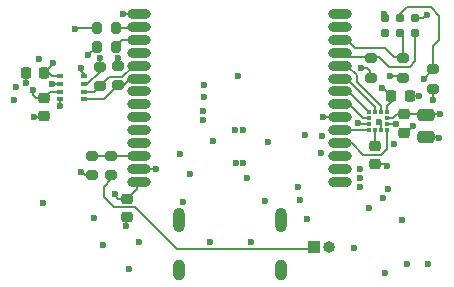
<source format=gbr>
%TF.GenerationSoftware,KiCad,Pcbnew,9.0.0*%
%TF.CreationDate,2025-06-13T20:30:42+03:00*%
%TF.ProjectId,BLE_sensors,424c455f-7365-46e7-936f-72732e6b6963,rev?*%
%TF.SameCoordinates,Original*%
%TF.FileFunction,Copper,L1,Top*%
%TF.FilePolarity,Positive*%
%FSLAX46Y46*%
G04 Gerber Fmt 4.6, Leading zero omitted, Abs format (unit mm)*
G04 Created by KiCad (PCBNEW 9.0.0) date 2025-06-13 20:30:42*
%MOMM*%
%LPD*%
G01*
G04 APERTURE LIST*
G04 Aperture macros list*
%AMRoundRect*
0 Rectangle with rounded corners*
0 $1 Rounding radius*
0 $2 $3 $4 $5 $6 $7 $8 $9 X,Y pos of 4 corners*
0 Add a 4 corners polygon primitive as box body*
4,1,4,$2,$3,$4,$5,$6,$7,$8,$9,$2,$3,0*
0 Add four circle primitives for the rounded corners*
1,1,$1+$1,$2,$3*
1,1,$1+$1,$4,$5*
1,1,$1+$1,$6,$7*
1,1,$1+$1,$8,$9*
0 Add four rect primitives between the rounded corners*
20,1,$1+$1,$2,$3,$4,$5,0*
20,1,$1+$1,$4,$5,$6,$7,0*
20,1,$1+$1,$6,$7,$8,$9,0*
20,1,$1+$1,$8,$9,$2,$3,0*%
G04 Aperture macros list end*
%TA.AperFunction,SMDPad,CuDef*%
%ADD10RoundRect,0.225000X-0.225000X-0.250000X0.225000X-0.250000X0.225000X0.250000X-0.225000X0.250000X0*%
%TD*%
%TA.AperFunction,SMDPad,CuDef*%
%ADD11RoundRect,0.225000X-0.250000X0.225000X-0.250000X-0.225000X0.250000X-0.225000X0.250000X0.225000X0*%
%TD*%
%TA.AperFunction,ComponentPad*%
%ADD12R,1.000000X1.000000*%
%TD*%
%TA.AperFunction,ComponentPad*%
%ADD13O,1.000000X1.000000*%
%TD*%
%TA.AperFunction,SMDPad,CuDef*%
%ADD14R,0.381000X0.355600*%
%TD*%
%TA.AperFunction,SMDPad,CuDef*%
%ADD15R,0.355600X0.381000*%
%TD*%
%TA.AperFunction,SMDPad,CuDef*%
%ADD16RoundRect,0.200000X-0.275000X0.200000X-0.275000X-0.200000X0.275000X-0.200000X0.275000X0.200000X0*%
%TD*%
%TA.AperFunction,SMDPad,CuDef*%
%ADD17RoundRect,0.200000X0.275000X-0.200000X0.275000X0.200000X-0.275000X0.200000X-0.275000X-0.200000X0*%
%TD*%
%TA.AperFunction,SMDPad,CuDef*%
%ADD18RoundRect,0.200000X-0.200000X-0.275000X0.200000X-0.275000X0.200000X0.275000X-0.200000X0.275000X0*%
%TD*%
%TA.AperFunction,SMDPad,CuDef*%
%ADD19R,0.500000X0.350000*%
%TD*%
%TA.AperFunction,SMDPad,CuDef*%
%ADD20RoundRect,0.225000X0.225000X0.250000X-0.225000X0.250000X-0.225000X-0.250000X0.225000X-0.250000X0*%
%TD*%
%TA.AperFunction,ConnectorPad*%
%ADD21C,0.787400*%
%TD*%
%TA.AperFunction,SMDPad,CuDef*%
%ADD22RoundRect,0.250000X-0.475000X0.250000X-0.475000X-0.250000X0.475000X-0.250000X0.475000X0.250000X0*%
%TD*%
%TA.AperFunction,SMDPad,CuDef*%
%ADD23O,2.000000X0.800000*%
%TD*%
%TA.AperFunction,HeatsinkPad*%
%ADD24O,1.000000X1.800000*%
%TD*%
%TA.AperFunction,HeatsinkPad*%
%ADD25O,1.000000X2.100000*%
%TD*%
%TA.AperFunction,ViaPad*%
%ADD26C,0.600000*%
%TD*%
%TA.AperFunction,Conductor*%
%ADD27C,0.200000*%
%TD*%
G04 APERTURE END LIST*
D10*
%TO.P,C6,1*%
%TO.N,+3V3*%
X154125000Y-76225000D03*
%TO.P,C6,2*%
%TO.N,GND*%
X155675000Y-76225000D03*
%TD*%
D11*
%TO.P,C3,1*%
%TO.N,Net-(U2-C1)*%
X152775000Y-80475000D03*
%TO.P,C3,2*%
%TO.N,GND*%
X152775000Y-82025000D03*
%TD*%
D12*
%TO.P,J2,1,Pin_1*%
%TO.N,+V_bat*%
X147580000Y-89050000D03*
D13*
%TO.P,J2,2,Pin_2*%
%TO.N,GND*%
X148850000Y-89050000D03*
%TD*%
D14*
%TO.P,U2,1,SCL/SPC*%
%TO.N,/SPC*%
X152250000Y-77624874D03*
%TO.P,U2,2,CS*%
%TO.N,/CS*%
X152250000Y-78125000D03*
%TO.P,U2,3,RESERVED*%
%TO.N,GND*%
X152250000Y-78625126D03*
%TO.P,U2,4,SDA/SDI/SDO*%
%TO.N,/SDI*%
X152250000Y-79125252D03*
D15*
%TO.P,U2,5,C1*%
%TO.N,Net-(U2-C1)*%
X152761937Y-79137063D03*
%TO.P,U2,6,GND*%
%TO.N,GND*%
X153262063Y-79137063D03*
D14*
%TO.P,U2,7,INT_MAG/DRDY*%
%TO.N,/INT_MAG{slash}DRDY*%
X153774000Y-79125252D03*
%TO.P,U2,8,GND*%
%TO.N,GND*%
X153774000Y-78625126D03*
%TO.P,U2,9,Vdd*%
%TO.N,+3V3*%
X153774000Y-78125000D03*
%TO.P,U2,10,Vdd_IO*%
X153774000Y-77624874D03*
D15*
%TO.P,U2,11,INT2_XL*%
%TO.N,/INT2_XL*%
X153262063Y-77613063D03*
%TO.P,U2,12,INT1_XL*%
%TO.N,/INT1_XL*%
X152761937Y-77613063D03*
%TD*%
D16*
%TO.P,R14,1*%
%TO.N,Net-(U4-P1.04{slash}AIN0)*%
X128800000Y-81330000D03*
%TO.P,R14,2*%
%TO.N,GND*%
X128800000Y-82980000D03*
%TD*%
D17*
%TO.P,R10,1*%
%TO.N,+V_bat*%
X130400000Y-82980000D03*
%TO.P,R10,2*%
%TO.N,Net-(U4-P1.04{slash}AIN0)*%
X130400000Y-81330000D03*
%TD*%
%TO.P,R1,1*%
%TO.N,/SCL*%
X131000000Y-75365000D03*
%TO.P,R1,2*%
%TO.N,+3V3*%
X131000000Y-73715000D03*
%TD*%
D18*
%TO.P,R16,1*%
%TO.N,Net-(U7-UTx)*%
X129175000Y-72070000D03*
%TO.P,R16,2*%
%TO.N,/RX*%
X130825000Y-72070000D03*
%TD*%
D19*
%TO.P,U1,1,GND*%
%TO.N,GND*%
X128125000Y-74585000D03*
%TO.P,U1,2,CSB*%
%TO.N,+3V3*%
X128125000Y-75235000D03*
%TO.P,U1,3,SDI*%
%TO.N,/SDA*%
X128125000Y-75885000D03*
%TO.P,U1,4,SCK*%
%TO.N,/SCL*%
X128125000Y-76535000D03*
%TO.P,U1,5,SDO*%
%TO.N,GND*%
X126075000Y-76535000D03*
%TO.P,U1,6,VDDIO*%
%TO.N,+3V3*%
X126075000Y-75885000D03*
%TO.P,U1,7,GND*%
%TO.N,GND*%
X126075000Y-75235000D03*
%TO.P,U1,8,VDD*%
%TO.N,+3V3*%
X126075000Y-74585000D03*
%TD*%
D16*
%TO.P,R17,1*%
%TO.N,/nRESET*%
X157700000Y-73975000D03*
%TO.P,R17,2*%
%TO.N,+3V3*%
X157700000Y-75625000D03*
%TD*%
D20*
%TO.P,C2,1*%
%TO.N,+3V3*%
X124755000Y-74310000D03*
%TO.P,C2,2*%
%TO.N,GND*%
X123205000Y-74310000D03*
%TD*%
D21*
%TO.P,J1,1,VCC*%
%TO.N,+3V3*%
X156170000Y-69665000D03*
%TO.P,J1,2,SWDIO*%
%TO.N,/SWDIO*%
X156170000Y-70935000D03*
%TO.P,J1,3,~{RESET}*%
%TO.N,/nRESET*%
X154900000Y-69665000D03*
%TO.P,J1,4,SWCLK*%
%TO.N,/SWCLK*%
X154900000Y-70935000D03*
%TO.P,J1,5,GND*%
%TO.N,GND*%
X153630000Y-69665000D03*
%TO.P,J1,6,SWO*%
%TO.N,unconnected-(J1-SWO-Pad6)*%
X153630000Y-70935000D03*
%TD*%
D11*
%TO.P,C1,1*%
%TO.N,+3V3*%
X124700000Y-76385000D03*
%TO.P,C1,2*%
%TO.N,GND*%
X124700000Y-77935000D03*
%TD*%
%TO.P,C4,1*%
%TO.N,+3V3*%
X155200000Y-77800000D03*
%TO.P,C4,2*%
%TO.N,GND*%
X155200000Y-79350000D03*
%TD*%
D22*
%TO.P,C5,1*%
%TO.N,+3V3*%
X157050000Y-77850000D03*
%TO.P,C5,2*%
%TO.N,GND*%
X157050000Y-79750000D03*
%TD*%
D17*
%TO.P,R2,1*%
%TO.N,/SDA*%
X129430000Y-75435000D03*
%TO.P,R2,2*%
%TO.N,+3V3*%
X129430000Y-73785000D03*
%TD*%
D18*
%TO.P,R15,1*%
%TO.N,Net-(U7-URx)*%
X129175000Y-70500000D03*
%TO.P,R15,2*%
%TO.N,/TX*%
X130825000Y-70500000D03*
%TD*%
D16*
%TO.P,R18,1*%
%TO.N,/SWDIO*%
X152400000Y-73075000D03*
%TO.P,R18,2*%
%TO.N,+3V3*%
X152400000Y-74725000D03*
%TD*%
D23*
%TO.P,U4,1,GND*%
%TO.N,GND*%
X132800000Y-69310000D03*
%TO.P,U4,2,P1.09*%
%TO.N,/TX*%
X132800000Y-70410000D03*
%TO.P,U4,3,P1.10*%
%TO.N,/RX*%
X132800000Y-71520000D03*
%TO.P,U4,4,P1.11/AIN4*%
%TO.N,unconnected-(U4-P1.11{slash}AIN4-Pad4)*%
X132800000Y-72620000D03*
%TO.P,U4,5,P1.12/AIN5*%
%TO.N,/SDA*%
X132800000Y-73720000D03*
%TO.P,U4,6,P1.13/AIN6*%
%TO.N,/SCL*%
X132800000Y-74820000D03*
%TO.P,U4,7,P1.14/AIN7*%
%TO.N,unconnected-(U4-P1.14{slash}AIN7-Pad7)*%
X132800000Y-75830000D03*
%TO.P,U4,8,P1.06/AIN2*%
%TO.N,unconnected-(U4-P1.06{slash}AIN2-Pad8)*%
X132800000Y-76930000D03*
%TO.P,U4,9,P1.05/AIN1*%
%TO.N,unconnected-(U4-P1.05{slash}AIN1-Pad9)*%
X132800000Y-78030000D03*
%TO.P,U4,10,P1.02/NFC1*%
%TO.N,unconnected-(U4-P1.02{slash}NFC1-Pad10)*%
X132800000Y-79130000D03*
%TO.P,U4,11,P1.03/NFC2*%
%TO.N,unconnected-(U4-P1.03{slash}NFC2-Pad11)*%
X132800000Y-80240000D03*
%TO.P,U4,12,P1.04/AIN0*%
%TO.N,Net-(U4-P1.04{slash}AIN0)*%
X132800000Y-81340000D03*
%TO.P,U4,13,GND*%
%TO.N,GND*%
X132800000Y-82440000D03*
%TO.P,U4,14,VCC*%
%TO.N,+3V3*%
X132800000Y-83540000D03*
%TO.P,U4,15,NC*%
%TO.N,unconnected-(U4-NC-Pad15)*%
X149800000Y-83540000D03*
%TO.P,U4,16,NC*%
%TO.N,unconnected-(U4-NC-Pad16)*%
X149800000Y-82440000D03*
%TO.P,U4,17,NC*%
%TO.N,unconnected-(U4-NC-Pad17)*%
X149800000Y-81340000D03*
%TO.P,U4,18,P2.06*%
%TO.N,/INT_MAG{slash}DRDY*%
X149800000Y-80240000D03*
%TO.P,U4,19,P2.07*%
%TO.N,/SDI*%
X149800000Y-79130000D03*
%TO.P,U4,20,NRESET*%
%TO.N,/nRESET*%
X149800000Y-78030000D03*
%TO.P,U4,21,P2.09*%
%TO.N,/CS*%
X149800000Y-76930000D03*
%TO.P,U4,22,P2.10*%
%TO.N,/SPC*%
X149800000Y-75830000D03*
%TO.P,U4,23,P0.00*%
%TO.N,/INT1_XL*%
X149800000Y-74820000D03*
%TO.P,U4,24,P0.01*%
%TO.N,/INT2_XL*%
X149800000Y-73720000D03*
%TO.P,U4,25,SWDIO*%
%TO.N,/SWDIO*%
X149800000Y-72620000D03*
%TO.P,U4,26,SWDCLK*%
%TO.N,/SWCLK*%
X149800000Y-71520000D03*
%TO.P,U4,27,P0.02*%
%TO.N,unconnected-(U4-P0.02-Pad27)*%
X149800000Y-70410000D03*
%TO.P,U4,28,P0.03*%
%TO.N,unconnected-(U4-P0.03-Pad28)*%
X149800000Y-69310000D03*
%TD*%
D11*
%TO.P,C14,1*%
%TO.N,+3V3*%
X131770000Y-84935000D03*
%TO.P,C14,2*%
%TO.N,GND*%
X131770000Y-86485000D03*
%TD*%
D16*
%TO.P,R19,1*%
%TO.N,/SWCLK*%
X155100000Y-73075000D03*
%TO.P,R19,2*%
%TO.N,GND*%
X155100000Y-74725000D03*
%TD*%
D24*
%TO.P,J3,S1,SHIELD*%
%TO.N,Net-(J3-SHIELD)*%
X144782000Y-90945000D03*
D25*
X144782000Y-86745000D03*
D24*
X136142000Y-90945000D03*
D25*
X136142000Y-86745000D03*
%TD*%
D26*
%TO.N,GND*%
X155070000Y-86720000D03*
X155930000Y-78770000D03*
X125390000Y-75240000D03*
X153070000Y-78430000D03*
X131680000Y-87270000D03*
X123860000Y-78010000D03*
X138260000Y-76320000D03*
X153800000Y-82157500D03*
X143460000Y-85110000D03*
X124660000Y-85340000D03*
X138260000Y-75360000D03*
X131450000Y-69350000D03*
X141920000Y-83200000D03*
X127860000Y-82650000D03*
X152247282Y-85706641D03*
X123240000Y-75140000D03*
X151310000Y-78530000D03*
X143720170Y-80107527D03*
X146420000Y-85060000D03*
X154000000Y-74600000D03*
X139060000Y-80060000D03*
X126100000Y-77100000D03*
X127890000Y-73910000D03*
X153460000Y-84930000D03*
X137130000Y-82880000D03*
X146840000Y-79580000D03*
X138230000Y-78270000D03*
X134190000Y-82430000D03*
X151480000Y-82440000D03*
X141610000Y-81940000D03*
X146960000Y-86700000D03*
X122350000Y-75470000D03*
X141600000Y-79140000D03*
X131920000Y-90900000D03*
X132745000Y-88655000D03*
X136210000Y-81180000D03*
X140900000Y-79160000D03*
X151470000Y-83990000D03*
X158200000Y-79780000D03*
X138220000Y-77560000D03*
X153550000Y-69330000D03*
X154560000Y-78660000D03*
X151470000Y-83210000D03*
X136530000Y-85260000D03*
X150990000Y-89120000D03*
X156450000Y-76230000D03*
X140970000Y-81920000D03*
X154400000Y-80320000D03*
X122220000Y-76580000D03*
X129700000Y-88900000D03*
%TO.N,/nRESET*%
X156900000Y-74800000D03*
X148310000Y-78000000D03*
%TO.N,+5V*%
X155470000Y-90500000D03*
X142250000Y-88650000D03*
X148160000Y-81080000D03*
X157260000Y-90460000D03*
X153600000Y-91200000D03*
X138750000Y-88650000D03*
X146250000Y-84000000D03*
X153840000Y-84140000D03*
X148250000Y-79680000D03*
%TO.N,+3V3*%
X151600000Y-73900000D03*
X130740000Y-84580000D03*
X157700000Y-76600000D03*
X125500000Y-73500000D03*
X153320000Y-75550000D03*
X157120000Y-69360000D03*
X123830000Y-75750000D03*
X129000000Y-86600000D03*
X158250000Y-77780000D03*
X141180000Y-74550000D03*
X130989758Y-73045000D03*
X129487588Y-73036296D03*
X124290000Y-73150000D03*
%TO.N,Net-(U7-URx)*%
X127330000Y-70550000D03*
%TO.N,Net-(U7-UTx)*%
X128490000Y-72820000D03*
%TD*%
D27*
%TO.N,GND*%
X134180000Y-82440000D02*
X134190000Y-82430000D01*
X123880000Y-77990000D02*
X124645000Y-77990000D01*
X153262063Y-79137063D02*
X153262063Y-78622063D01*
X154525126Y-78625126D02*
X154560000Y-78660000D01*
X126100000Y-76560000D02*
X126075000Y-76535000D01*
X153555000Y-69590000D02*
X153555000Y-69335000D01*
X132800000Y-69310000D02*
X131490000Y-69310000D01*
X155680000Y-76230000D02*
X155675000Y-76225000D01*
X127860000Y-82650000D02*
X128190000Y-82980000D01*
X154775000Y-74600000D02*
X154900000Y-74725000D01*
X131680000Y-87270000D02*
X131680000Y-86575000D01*
X157050000Y-79750000D02*
X158170000Y-79750000D01*
X151405126Y-78625126D02*
X152250000Y-78625126D01*
X123240000Y-75140000D02*
X123240000Y-74345000D01*
X155350000Y-79350000D02*
X155930000Y-78770000D01*
X153774000Y-78625126D02*
X154525126Y-78625126D01*
X123240000Y-74345000D02*
X123205000Y-74310000D01*
X132800000Y-82440000D02*
X134180000Y-82440000D01*
X151310000Y-78530000D02*
X151405126Y-78625126D01*
X131490000Y-69310000D02*
X131450000Y-69350000D01*
X126070000Y-75240000D02*
X126075000Y-75235000D01*
X153630000Y-69665000D02*
X153555000Y-69590000D01*
X154000000Y-74600000D02*
X154775000Y-74600000D01*
X128190000Y-82980000D02*
X128800000Y-82980000D01*
X152820000Y-81980000D02*
X152775000Y-82025000D01*
X155200000Y-79350000D02*
X155350000Y-79350000D01*
X125390000Y-75240000D02*
X126070000Y-75240000D01*
X153800000Y-82157500D02*
X153622500Y-81980000D01*
X154900000Y-74725000D02*
X155100000Y-74725000D01*
X131680000Y-86575000D02*
X131770000Y-86485000D01*
X127890000Y-73910000D02*
X127890000Y-74120000D01*
X153070000Y-78430000D02*
X153240737Y-78600737D01*
X123860000Y-78010000D02*
X123880000Y-77990000D01*
X156450000Y-76230000D02*
X155680000Y-76230000D01*
X158170000Y-79750000D02*
X158200000Y-79780000D01*
X128125000Y-74355000D02*
X128125000Y-74585000D01*
X127890000Y-74120000D02*
X128125000Y-74355000D01*
X124645000Y-77990000D02*
X124700000Y-77935000D01*
X153555000Y-69335000D02*
X153550000Y-69330000D01*
X153262063Y-78622063D02*
X153070000Y-78430000D01*
X153240737Y-78600737D02*
X153240737Y-78920000D01*
X126100000Y-77100000D02*
X126100000Y-76560000D01*
X153622500Y-81980000D02*
X152820000Y-81980000D01*
%TO.N,/INT2_XL*%
X153262063Y-77094963D02*
X153262063Y-77613063D01*
X151200000Y-74500000D02*
X151200000Y-75032900D01*
X149800000Y-73720000D02*
X150420000Y-73720000D01*
X150420000Y-73720000D02*
X151200000Y-74500000D01*
X151200000Y-75032900D02*
X153262063Y-77094963D01*
%TO.N,/INT1_XL*%
X150420000Y-74820000D02*
X152761937Y-77161937D01*
X152761937Y-77161937D02*
X152761937Y-77613063D01*
X149800000Y-74820000D02*
X150420000Y-74820000D01*
%TO.N,Net-(U2-C1)*%
X152761937Y-80461937D02*
X152775000Y-80475000D01*
X152761937Y-79137063D02*
X152761937Y-80461937D01*
%TO.N,/CS*%
X149800000Y-76930000D02*
X150584826Y-76930000D01*
X151779826Y-78125000D02*
X152250000Y-78125000D01*
X150584826Y-76930000D02*
X151779826Y-78125000D01*
%TO.N,/INT_MAG{slash}DRDY*%
X151775000Y-81226000D02*
X153249110Y-81226000D01*
X150789000Y-80240000D02*
X151775000Y-81226000D01*
X153774000Y-80701110D02*
X153774000Y-79125252D01*
X149800000Y-80240000D02*
X150789000Y-80240000D01*
X153249110Y-81226000D02*
X153774000Y-80701110D01*
%TO.N,/SPC*%
X150455126Y-75830000D02*
X152250000Y-77624874D01*
X149800000Y-75830000D02*
X150455126Y-75830000D01*
%TO.N,/SDI*%
X152245252Y-79130000D02*
X152250000Y-79125252D01*
X149800000Y-79130000D02*
X152245252Y-79130000D01*
X149820189Y-79150189D02*
X149800000Y-79130000D01*
%TO.N,Net-(U4-P1.04{slash}AIN0)*%
X131220000Y-81340000D02*
X132800000Y-81340000D01*
X130400000Y-81330000D02*
X131210000Y-81330000D01*
X131210000Y-81330000D02*
X131220000Y-81340000D01*
X128800000Y-81330000D02*
X130400000Y-81330000D01*
%TO.N,/nRESET*%
X154825000Y-69590000D02*
X154900000Y-69665000D01*
X158211300Y-69451300D02*
X157510000Y-68750000D01*
X149770000Y-78000000D02*
X149800000Y-78030000D01*
X157700000Y-72000000D02*
X158211300Y-71488700D01*
X155430000Y-68750000D02*
X154825000Y-69355000D01*
X154825000Y-69355000D02*
X154825000Y-69590000D01*
X148310000Y-78000000D02*
X149770000Y-78000000D01*
X157700000Y-74000000D02*
X157700000Y-72000000D01*
X156900000Y-74800000D02*
X157700000Y-74000000D01*
X158211300Y-71488700D02*
X158211300Y-69451300D01*
X157510000Y-68750000D02*
X155430000Y-68750000D01*
%TO.N,/SWDIO*%
X152400000Y-73075000D02*
X152300000Y-72975000D01*
X150155000Y-72975000D02*
X149800000Y-72620000D01*
X152500000Y-72975000D02*
X152400000Y-73075000D01*
X149800000Y-72620000D02*
X150636990Y-72620000D01*
X156170000Y-73330000D02*
X155700000Y-73800000D01*
X153900000Y-73800000D02*
X153075000Y-72975000D01*
X152300000Y-72975000D02*
X150155000Y-72975000D01*
X155700000Y-73800000D02*
X153900000Y-73800000D01*
X153075000Y-72975000D02*
X152500000Y-72975000D01*
X156170000Y-70935000D02*
X156170000Y-73330000D01*
%TO.N,+V_bat*%
X130400000Y-83320000D02*
X130400000Y-82980000D01*
X129770000Y-84820000D02*
X129770000Y-83950000D01*
X147580000Y-89050000D02*
X147380000Y-89250000D01*
X132466000Y-85686000D02*
X130636000Y-85686000D01*
X130636000Y-85686000D02*
X129770000Y-84820000D01*
X136030000Y-89250000D02*
X132466000Y-85686000D01*
X129770000Y-83950000D02*
X130400000Y-83320000D01*
X147380000Y-89250000D02*
X136030000Y-89250000D01*
%TO.N,/SWCLK*%
X155100000Y-73075000D02*
X154900000Y-73075000D01*
X154825000Y-71010000D02*
X154900000Y-70935000D01*
X155100000Y-71135000D02*
X154900000Y-70935000D01*
X154375000Y-72975000D02*
X153600000Y-72200000D01*
X151080000Y-72200000D02*
X150400000Y-71520000D01*
X155100000Y-72875000D02*
X155100000Y-71135000D01*
X154900000Y-73075000D02*
X154800000Y-72975000D01*
X153600000Y-72200000D02*
X151080000Y-72200000D01*
X150400000Y-71520000D02*
X149800000Y-71520000D01*
X154800000Y-72975000D02*
X154375000Y-72975000D01*
%TO.N,+3V3*%
X124755000Y-74310000D02*
X125160000Y-74310000D01*
X132597500Y-84107500D02*
X131770000Y-84935000D01*
X156815000Y-69665000D02*
X157120000Y-69360000D01*
X124075000Y-76385000D02*
X124700000Y-76385000D01*
X125160000Y-74310000D02*
X125440000Y-74590000D01*
X129430000Y-74190000D02*
X129430000Y-73785000D01*
X125445000Y-74585000D02*
X126075000Y-74585000D01*
X129487588Y-73036296D02*
X129470000Y-73053884D01*
X157120000Y-77780000D02*
X157050000Y-77850000D01*
X155200000Y-77800000D02*
X157000000Y-77800000D01*
X125440000Y-74590000D02*
X125445000Y-74585000D01*
X129470000Y-73053884D02*
X129470000Y-73745000D01*
X152100000Y-73900000D02*
X152300000Y-74100000D01*
X132597500Y-83742500D02*
X132800000Y-83540000D01*
X153774000Y-78125000D02*
X154250000Y-78125000D01*
X152300000Y-74100000D02*
X152300000Y-74525000D01*
X125500000Y-73565000D02*
X124755000Y-74310000D01*
X131035000Y-84935000D02*
X131770000Y-84935000D01*
X153450000Y-75550000D02*
X154125000Y-76225000D01*
X152400000Y-74625000D02*
X152400000Y-74725000D01*
X130989758Y-73045000D02*
X130990000Y-73045242D01*
X123830000Y-76140000D02*
X124075000Y-76385000D01*
X156170000Y-69665000D02*
X156815000Y-69665000D01*
X154575000Y-77800000D02*
X155200000Y-77800000D01*
X130740000Y-84580000D02*
X130740000Y-84640000D01*
X130990000Y-73045242D02*
X130990000Y-73705000D01*
X125200000Y-75885000D02*
X126075000Y-75885000D01*
X128385000Y-75235000D02*
X129430000Y-74190000D01*
X154125000Y-76225000D02*
X154125000Y-76775000D01*
X129470000Y-73745000D02*
X129430000Y-73785000D01*
X157000000Y-77800000D02*
X157050000Y-77850000D01*
X153774000Y-77126000D02*
X153774000Y-77624874D01*
X128125000Y-75235000D02*
X128385000Y-75235000D01*
X123830000Y-75750000D02*
X123830000Y-76140000D01*
X154125000Y-76775000D02*
X153774000Y-77126000D01*
X132597500Y-84107500D02*
X132597500Y-83742500D01*
X151600000Y-73900000D02*
X152100000Y-73900000D01*
X152300000Y-74525000D02*
X152400000Y-74625000D01*
X157700000Y-76600000D02*
X157700000Y-75625000D01*
X125500000Y-73500000D02*
X125500000Y-73565000D01*
X154250000Y-78125000D02*
X154575000Y-77800000D01*
X130990000Y-73705000D02*
X131000000Y-73715000D01*
X153320000Y-75550000D02*
X153450000Y-75550000D01*
X158250000Y-77780000D02*
X157120000Y-77780000D01*
X130740000Y-84640000D02*
X131035000Y-84935000D01*
X124700000Y-76385000D02*
X125200000Y-75885000D01*
%TO.N,Net-(U7-URx)*%
X127360000Y-70520000D02*
X128480000Y-70520000D01*
X128500000Y-70500000D02*
X129175000Y-70500000D01*
X127330000Y-70550000D02*
X127360000Y-70520000D01*
X128480000Y-70520000D02*
X128500000Y-70500000D01*
%TO.N,Net-(U7-UTx)*%
X129140000Y-72105000D02*
X129175000Y-72070000D01*
X128490000Y-72820000D02*
X129140000Y-72170000D01*
X129140000Y-72170000D02*
X129140000Y-72105000D01*
%TO.N,/TX*%
X132710000Y-70500000D02*
X132800000Y-70410000D01*
X130825000Y-70500000D02*
X132710000Y-70500000D01*
%TO.N,/RX*%
X130825000Y-72070000D02*
X131375000Y-71520000D01*
X131375000Y-71520000D02*
X132800000Y-71520000D01*
X132720000Y-71600000D02*
X132800000Y-71520000D01*
%TO.N,/SCL*%
X132020000Y-74820000D02*
X132800000Y-74820000D01*
X128125000Y-76535000D02*
X129830000Y-76535000D01*
X129830000Y-76535000D02*
X131000000Y-75365000D01*
X131000000Y-75365000D02*
X131475000Y-75365000D01*
X131475000Y-75365000D02*
X132020000Y-74820000D01*
%TO.N,/SDA*%
X128125000Y-75885000D02*
X128980000Y-75885000D01*
X129430000Y-75435000D02*
X130201000Y-74664000D01*
X131364636Y-74664000D02*
X132308636Y-73720000D01*
X128980000Y-75885000D02*
X129430000Y-75435000D01*
X132308636Y-73720000D02*
X132800000Y-73720000D01*
X130201000Y-74664000D02*
X131364636Y-74664000D01*
X132720000Y-73800000D02*
X132800000Y-73720000D01*
%TD*%
M02*

</source>
